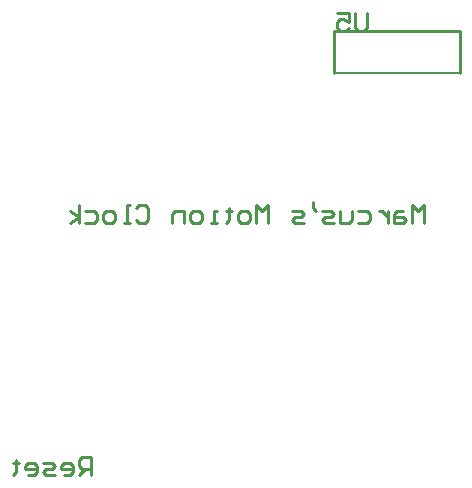
<source format=gbo>
G04*
G04 #@! TF.GenerationSoftware,Altium Limited,Altium Designer,21.7.2 (23)*
G04*
G04 Layer_Color=32896*
%FSLAX25Y25*%
%MOIN*%
G70*
G04*
G04 #@! TF.SameCoordinates,5A2C8144-CC96-4660-950F-F598549C9966*
G04*
G04*
G04 #@! TF.FilePolarity,Positive*
G04*
G01*
G75*
%ADD10C,0.00787*%
%ADD11C,0.01000*%
D10*
X111000Y157000D02*
X153000D01*
D11*
X111000Y171000D02*
X153000D01*
X111000Y157000D02*
Y171000D01*
X153000Y157000D02*
Y171000D01*
X30000Y23000D02*
Y28998D01*
X27001D01*
X26001Y27998D01*
Y25999D01*
X27001Y24999D01*
X30000D01*
X28001D02*
X26001Y23000D01*
X21003D02*
X23002D01*
X24002Y24000D01*
Y25999D01*
X23002Y26999D01*
X21003D01*
X20003Y25999D01*
Y24999D01*
X24002D01*
X18004Y23000D02*
X15005D01*
X14005Y24000D01*
X15005Y24999D01*
X17004D01*
X18004Y25999D01*
X17004Y26999D01*
X14005D01*
X9007Y23000D02*
X11006D01*
X12006Y24000D01*
Y25999D01*
X11006Y26999D01*
X9007D01*
X8007Y25999D01*
Y24999D01*
X12006D01*
X5008Y27998D02*
Y26999D01*
X6008D01*
X4008D01*
X5008D01*
Y24000D01*
X4008Y23000D01*
X141000Y107000D02*
Y112998D01*
X139001Y110999D01*
X137001Y112998D01*
Y107000D01*
X134002Y110999D02*
X132003D01*
X131003Y109999D01*
Y107000D01*
X134002D01*
X135002Y108000D01*
X134002Y108999D01*
X131003D01*
X129004Y110999D02*
Y107000D01*
Y108999D01*
X128004Y109999D01*
X127005Y110999D01*
X126005D01*
X119007D02*
X122006D01*
X123006Y109999D01*
Y108000D01*
X122006Y107000D01*
X119007D01*
X117008Y110999D02*
Y108000D01*
X116008Y107000D01*
X113009D01*
Y110999D01*
X111010Y107000D02*
X108011D01*
X107011Y108000D01*
X108011Y108999D01*
X110010D01*
X111010Y109999D01*
X110010Y110999D01*
X107011D01*
X104012Y113998D02*
Y111998D01*
X105012Y110999D01*
X101013Y107000D02*
X98014D01*
X97014Y108000D01*
X98014Y108999D01*
X100013D01*
X101013Y109999D01*
X100013Y110999D01*
X97014D01*
X89017Y107000D02*
Y112998D01*
X87018Y110999D01*
X85018Y112998D01*
Y107000D01*
X82019D02*
X80020D01*
X79020Y108000D01*
Y109999D01*
X80020Y110999D01*
X82019D01*
X83019Y109999D01*
Y108000D01*
X82019Y107000D01*
X76021Y111998D02*
Y110999D01*
X77021D01*
X75021D01*
X76021D01*
Y108000D01*
X75021Y107000D01*
X72022D02*
X70023D01*
X71023D01*
Y110999D01*
X72022D01*
X66024Y107000D02*
X64025D01*
X63025Y108000D01*
Y109999D01*
X64025Y110999D01*
X66024D01*
X67024Y109999D01*
Y108000D01*
X66024Y107000D01*
X61026D02*
Y110999D01*
X58027D01*
X57027Y109999D01*
Y107000D01*
X45031Y111998D02*
X46031Y112998D01*
X48030D01*
X49030Y111998D01*
Y108000D01*
X48030Y107000D01*
X46031D01*
X45031Y108000D01*
X43032Y107000D02*
X41032D01*
X42032D01*
Y112998D01*
X43032D01*
X37034Y107000D02*
X35034D01*
X34035Y108000D01*
Y109999D01*
X35034Y110999D01*
X37034D01*
X38033Y109999D01*
Y108000D01*
X37034Y107000D01*
X28036Y110999D02*
X31036D01*
X32035Y109999D01*
Y108000D01*
X31036Y107000D01*
X28036D01*
X26037D02*
Y112998D01*
Y108999D02*
X23038Y110999D01*
X26037Y108999D02*
X23038Y107000D01*
X121998Y176999D02*
Y172001D01*
X120999Y171001D01*
X118999D01*
X118000Y172001D01*
Y176999D01*
X112002D02*
X116000D01*
Y174000D01*
X114001Y175000D01*
X113001D01*
X112002Y174000D01*
Y172001D01*
X113001Y171001D01*
X115001D01*
X116000Y172001D01*
M02*

</source>
